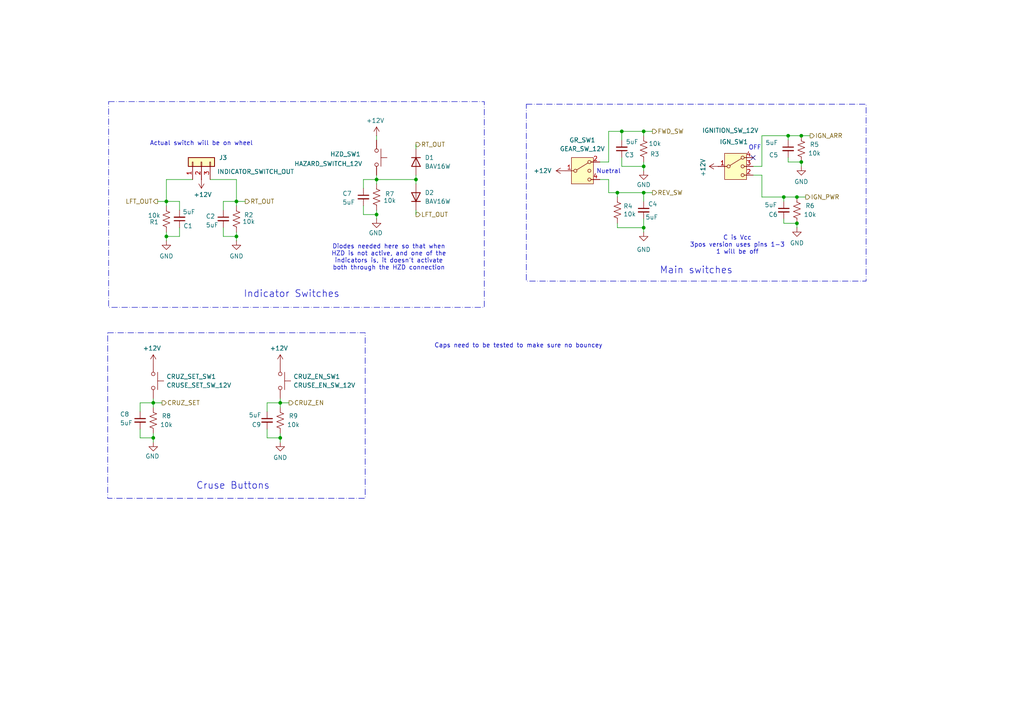
<source format=kicad_sch>
(kicad_sch (version 20231120) (generator "eeschema") (generator_version "8.0")
  (paper "A4")
  (lib_symbols
    (symbol "Connector_Generic:Conn_01x03" (pin_names (offset 1.016) hide)
      (property "Reference" "J" (at 0 5.08 0))
      (property "Value" "Conn_01x03" (at 0 -5.08 0))
      (symbol "Conn_01x03_1_1"
        (rectangle (start -1.27 -2.413) (end 0 -2.667) (stroke (width 0.1524)))
        (rectangle (start -1.27 0.127) (end 0 -0.127) (stroke (width 0.1524)))
        (rectangle (start -1.27 2.667) (end 0 2.413) (stroke (width 0.1524)))
        (rectangle (start -1.27 3.81) (end 1.27 -3.81) (stroke (width 0.254)) (fill (type background)))
        (pin passive line (at -5.08 2.54 0) (length 3.81) (name "Pin_1") (number "1"))
        (pin passive line (at -5.08 0 0) (length 3.81) (name "Pin_2") (number "2"))
        (pin passive line (at -5.08 -2.54 0) (length 3.81) (name "Pin_3") (number "3"))
      )
    )
    (symbol "Device:C_Small" (pin_numbers hide) (pin_names (offset 0.254) hide)
      (property "Reference" "C" (at 0.254 1.778 0))
      (property "Value" "C_Small" (at 0.254 -2.032 0))
      (symbol "C_Small_0_1"
        (polyline (pts (xy -1.524 -0.508) (xy 1.524 -0.508)) (stroke (width 0.3302)))
        (polyline (pts (xy -1.524 0.508) (xy 1.524 0.508)) (stroke (width 0.3048)))
      )
      (symbol "C_Small_1_1"
        (pin passive line (at 0 2.54 270) (length 2.032) (name "~") (number "1"))
        (pin passive line (at 0 -2.54 90) (length 2.032) (name "~") (number "2"))
      )
    )
    (symbol "Device:R_US" (pin_numbers hide) (pin_names (offset 0))
      (property "Reference" "R" (at 2.54 0 90))
      (property "Value" "R_US" (at -2.54 0 90))
      (symbol "R_US_0_1"
        (polyline (pts (xy 0 -2.286) (xy 0 -2.54)))
        (polyline (pts (xy 0 2.286) (xy 0 2.54)))
        (polyline (pts (xy 0 -0.762) (xy 1.016 -1.143) (xy 0 -1.524) (xy -1.016 -1.905) (xy 0 -2.286)))
        (polyline (pts (xy 0 0.762) (xy 1.016 0.381) (xy 0 0) (xy -1.016 -0.381) (xy 0 -0.762)))
        (polyline (pts (xy 0 2.286) (xy 1.016 1.905) (xy 0 1.524) (xy -1.016 1.143) (xy 0 0.762)))
      )
      (symbol "R_US_1_1"
        (pin passive line (at 0 3.81 270) (length 1.27) (name "~") (number "1"))
        (pin passive line (at 0 -3.81 90) (length 1.27) (name "~") (number "2"))
      )
    )
    (symbol "Diode:BAV16W" (pin_numbers hide) (pin_names hide)
      (property "Reference" "D" (at 0 2.54 0))
      (property "Value" "BAV16W" (at 0 -2.54 0))
      (symbol "BAV16W_0_1"
        (polyline (pts (xy -1.27 1.27) (xy -1.27 -1.27)) (stroke (width 0.254)))
        (polyline (pts (xy 1.27 0) (xy -1.27 0)))
        (polyline (pts (xy 1.27 1.27) (xy 1.27 -1.27) (xy -1.27 0) (xy 1.27 1.27)) (stroke (width 0.254)))
      )
      (symbol "BAV16W_1_1"
        (pin passive line (at -3.81 0 0) (length 2.54) (name "K") (number "1"))
        (pin passive line (at 3.81 0 180) (length 2.54) (name "A") (number "2"))
      )
    )
    (symbol "Switch:SW_Push" (pin_numbers hide) (pin_names (offset 1.016) hide)
      (property "Reference" "SW" (at 1.27 2.54 0))
      (property "Value" "SW_Push" (at 0 -1.524 0))
      (symbol "SW_Push_0_1"
        (circle (center -2.032 0) (radius 0.508))
        (polyline (pts (xy 0 1.27) (xy 0 3.048)))
        (polyline (pts (xy 2.54 1.27) (xy -2.54 1.27)))
        (circle (center 2.032 0) (radius 0.508))
        (pin passive line (at -5.08 0 0) (length 2.54) (name "1") (number "1"))
        (pin passive line (at 5.08 0 180) (length 2.54) (name "2") (number "2"))
      )
    )
    (symbol "Switch:SW_SP3T" (pin_names (offset 0) hide)
      (property "Reference" "IGN_SW1" (at -0.508 7.112 0))
      (property "Value" "IGNITION_SW_12V" (at -1.524 10.414 0))
      (symbol "SW_SP3T_0_1"
        (circle (center -2.032 0) (radius 0.4572))
        (polyline (pts (xy -1.651 0.254) (xy 1.651 2.286)))
        (circle (center 2.032 -2.54) (radius 0.4572))
        (circle (center 2.032 0) (radius 0.4572))
        (circle (center 2.032 2.54) (radius 0.4572))
      )
      (symbol "SW_SP3T_1_1"
        (rectangle (start -3.175 3.81) (end 3.175 -3.81) (fill (type background)))
        (pin passive line (at -5.08 0 0) (length 2.54) (name "1") (number "1"))
        (pin passive line (at 5.08 -2.54 180) (length 2.54) (name "2") (number "2"))
        (pin passive line (at 5.08 0 180) (length 2.54) (name "3") (number "3"))
        (pin passive line (at 5.08 2.54 180) (length 2.54) (name "4") (number "4"))
      )
    )
    (symbol "Switch:SW_SPDT_MSM" (pin_names (offset 0) hide)
      (property "Reference" "GR_SW1" (at 0 8.89 0))
      (property "Value" "GEAR_SW_12V" (at 0 6.35 0))
      (symbol "SW_SPDT_MSM_0_1"
        (circle (center -2.032 0) (radius 0.4572))
        (polyline (pts (xy -1.651 0.254) (xy 1.651 2.286)))
        (circle (center 2.032 -2.54) (radius 0.4572))
        (circle (center 2.032 0) (radius 0.4572))
        (circle (center 2.032 2.54) (radius 0.4572))
      )
      (symbol "SW_SPDT_MSM_1_1"
        (rectangle (start -3.175 3.81) (end 3.175 -3.81) (fill (type background)))
        (pin passive line (at -5.08 0 0) (length 2.54) (name "1") (number "1"))
        (pin passive line (at 5.08 2.54 180) (length 2.54) (name "2") (number "2"))
        (pin passive line (at 5.08 -2.54 180) (length 2.54) (name "4") (number "4"))
      )
    )
    (symbol "power:+12V" (power) (pin_numbers hide) (pin_names (offset 0) hide)
      (property "Value" "+12V" (at 0 3.556 0))
      (symbol "+12V_0_1"
        (polyline (pts (xy -0.762 1.27) (xy 0 2.54)))
        (polyline (pts (xy 0 0) (xy 0 2.54)))
        (polyline (pts (xy 0 2.54) (xy 0.762 1.27)))
      )
      (symbol "+12V_1_1"
        (pin power_in line (at 0 0 90) (length 0) (name "~") (number "1"))
      )
    )
    (symbol "power:+3.3V" (power) (pin_numbers hide) (pin_names (offset 0) hide)
      (property "Value" "+3.3V" (at 0 3.556 0))
      (symbol "+3.3V_0_1"
        (polyline (pts (xy -0.762 1.27) (xy 0 2.54)))
        (polyline (pts (xy 0 0) (xy 0 2.54)))
        (polyline (pts (xy 0 2.54) (xy 0.762 1.27)))
      )
      (symbol "+3.3V_1_1"
        (pin power_in line (at 0 0 90) (length 0) (name "~") (number "1"))
      )
    )
    (symbol "power:GND" (power) (pin_numbers hide) (pin_names (offset 0) hide)
      (property "Value" "GND" (at 0 -3.81 0))
      (symbol "GND_0_1"
        (polyline (pts (xy 0 0) (xy 0 -1.27) (xy 1.27 -1.27) (xy 0 -2.54) (xy -1.27 -1.27) (xy 0 -1.27)))
      )
      (symbol "GND_1_1"
        (pin power_in line (at 0 0 270) (length 0) (name "~") (number "1"))
      )
    )
  )
  (junction (at 186.69 66.04))
  (junction (at 231.14 64.77))
  (junction (at 227.33 57.15))
  (junction (at 186.69 55.88))
  (junction (at 81.28 116.84))
  (junction (at 180.34 38.1))
  (junction (at 44.45 116.84))
  (junction (at 186.69 48.26))
  (junction (at 228.6 39.37))
  (junction (at 44.45 127))
  (junction (at 68.58 68.58))
  (junction (at 81.28 127))
  (junction (at 109.22 62.23))
  (junction (at 48.26 58.42))
  (junction (at 232.41 46.99))
  (junction (at 186.69 38.1))
  (junction (at 120.65 52.07))
  (junction (at 231.14 57.15))
  (junction (at 109.22 52.07))
  (junction (at 179.07 55.88))
  (junction (at 232.41 39.37))
  (junction (at 68.58 58.42))
  (junction (at 48.26 68.58))
  (no_connect (at 218.44 45.72))
  (wire (pts (xy 220.98 57.15) (xy 227.33 57.15)))
  (wire (pts (xy 109.22 50.8) (xy 109.22 52.07)))
  (wire (pts (xy 120.65 60.96) (xy 120.65 62.23)))
  (wire (pts (xy 81.28 118.11) (xy 81.28 116.84)))
  (wire (pts (xy 232.41 39.37) (xy 234.95 39.37)))
  (wire (pts (xy 52.07 58.42) (xy 48.26 58.42)))
  (wire (pts (xy 77.47 116.84) (xy 81.28 116.84)))
  (wire (pts (xy 40.64 116.84) (xy 44.45 116.84)))
  (wire (pts (xy 186.69 49.53) (xy 186.69 48.26)))
  (wire (pts (xy 77.47 124.46) (xy 77.47 127)))
  (wire (pts (xy 232.41 46.99) (xy 232.41 48.26)))
  (wire (pts (xy 64.77 58.42) (xy 64.77 60.96)))
  (wire (pts (xy 227.33 63.5) (xy 227.33 64.77)))
  (wire (pts (xy 186.69 63.5) (xy 186.69 66.04)))
  (wire (pts (xy 109.22 60.96) (xy 109.22 62.23)))
  (wire (pts (xy 180.34 48.26) (xy 180.34 45.72)))
  (wire (pts (xy 109.22 52.07) (xy 120.65 52.07)))
  (wire (pts (xy 68.58 52.07) (xy 68.58 58.42)))
  (wire (pts (xy 81.28 115.57) (xy 81.28 116.84)))
  (wire (pts (xy 179.07 64.77) (xy 179.07 66.04)))
  (wire (pts (xy 120.65 41.91) (xy 120.65 43.18)))
  (wire (pts (xy 180.34 38.1) (xy 186.69 38.1)))
  (wire (pts (xy 186.69 46.99) (xy 186.69 48.26)))
  (wire (pts (xy 44.45 118.11) (xy 44.45 116.84)))
  (wire (pts (xy 189.23 55.88) (xy 186.69 55.88)))
  (wire (pts (xy 105.41 52.07) (xy 105.41 54.61)))
  (wire (pts (xy 52.07 68.58) (xy 52.07 66.04)))
  (wire (pts (xy 109.22 62.23) (xy 109.22 63.5)))
  (wire (pts (xy 40.64 119.38) (xy 40.64 116.84)))
  (wire (pts (xy 48.26 58.42) (xy 45.72 58.42)))
  (wire (pts (xy 77.47 127) (xy 81.28 127)))
  (wire (pts (xy 176.53 46.99) (xy 173.99 46.99)))
  (wire (pts (xy 228.6 46.99) (xy 232.41 46.99)))
  (wire (pts (xy 81.28 127) (xy 81.28 125.73)))
  (wire (pts (xy 109.22 52.07) (xy 109.22 53.34)))
  (wire (pts (xy 68.58 67.31) (xy 68.58 68.58)))
  (wire (pts (xy 64.77 68.58) (xy 68.58 68.58)))
  (wire (pts (xy 179.07 55.88) (xy 179.07 57.15)))
  (wire (pts (xy 48.26 58.42) (xy 48.26 59.69)))
  (wire (pts (xy 81.28 116.84) (xy 83.82 116.84)))
  (wire (pts (xy 109.22 39.37) (xy 109.22 40.64)))
  (wire (pts (xy 179.07 66.04) (xy 186.69 66.04)))
  (wire (pts (xy 105.41 59.69) (xy 105.41 62.23)))
  (wire (pts (xy 176.53 46.99) (xy 176.53 38.1)))
  (wire (pts (xy 176.53 55.88) (xy 179.07 55.88)))
  (wire (pts (xy 48.26 52.07) (xy 48.26 58.42)))
  (wire (pts (xy 186.69 38.1) (xy 186.69 39.37)))
  (wire (pts (xy 64.77 58.42) (xy 68.58 58.42)))
  (wire (pts (xy 68.58 68.58) (xy 68.58 69.85)))
  (wire (pts (xy 186.69 38.1) (xy 189.23 38.1)))
  (wire (pts (xy 186.69 55.88) (xy 186.69 58.42)))
  (wire (pts (xy 231.14 57.15) (xy 233.68 57.15)))
  (wire (pts (xy 48.26 68.58) (xy 48.26 67.31)))
  (wire (pts (xy 120.65 50.8) (xy 120.65 52.07)))
  (wire (pts (xy 68.58 58.42) (xy 71.12 58.42)))
  (wire (pts (xy 176.53 52.07) (xy 173.99 52.07)))
  (wire (pts (xy 81.28 128.27) (xy 81.28 127)))
  (wire (pts (xy 231.14 57.15) (xy 227.33 57.15)))
  (wire (pts (xy 180.34 38.1) (xy 180.34 40.64)))
  (wire (pts (xy 220.98 50.8) (xy 220.98 57.15)))
  (wire (pts (xy 220.98 39.37) (xy 228.6 39.37)))
  (wire (pts (xy 44.45 115.57) (xy 44.45 116.84)))
  (wire (pts (xy 55.88 52.07) (xy 48.26 52.07)))
  (wire (pts (xy 64.77 66.04) (xy 64.77 68.58)))
  (wire (pts (xy 52.07 68.58) (xy 48.26 68.58)))
  (wire (pts (xy 105.41 62.23) (xy 109.22 62.23)))
  (wire (pts (xy 231.14 64.77) (xy 231.14 66.04)))
  (wire (pts (xy 120.65 53.34) (xy 120.65 52.07)))
  (wire (pts (xy 186.69 48.26) (xy 180.34 48.26)))
  (wire (pts (xy 186.69 67.31) (xy 186.69 66.04)))
  (wire (pts (xy 176.53 55.88) (xy 176.53 52.07)))
  (wire (pts (xy 40.64 124.46) (xy 40.64 127)))
  (wire (pts (xy 44.45 127) (xy 44.45 128.27)))
  (wire (pts (xy 44.45 116.84) (xy 46.99 116.84)))
  (wire (pts (xy 218.44 50.8) (xy 220.98 50.8)))
  (wire (pts (xy 179.07 55.88) (xy 186.69 55.88)))
  (wire (pts (xy 176.53 38.1) (xy 180.34 38.1)))
  (wire (pts (xy 68.58 59.69) (xy 68.58 58.42)))
  (wire (pts (xy 218.44 48.26) (xy 220.98 48.26)))
  (wire (pts (xy 105.41 52.07) (xy 109.22 52.07)))
  (wire (pts (xy 227.33 57.15) (xy 227.33 58.42)))
  (wire (pts (xy 40.64 127) (xy 44.45 127)))
  (wire (pts (xy 220.98 39.37) (xy 220.98 48.26)))
  (wire (pts (xy 48.26 69.85) (xy 48.26 68.58)))
  (wire (pts (xy 77.47 116.84) (xy 77.47 119.38)))
  (wire (pts (xy 228.6 39.37) (xy 228.6 40.64)))
  (wire (pts (xy 227.33 64.77) (xy 231.14 64.77)))
  (wire (pts (xy 44.45 125.73) (xy 44.45 127)))
  (wire (pts (xy 228.6 39.37) (xy 232.41 39.37)))
  (wire (pts (xy 228.6 45.72) (xy 228.6 46.99)))
  (wire (pts (xy 60.96 52.07) (xy 68.58 52.07)))
  (wire (pts (xy 52.07 60.96) (xy 52.07 58.42)))
  (rectangle (start 31.496 29.464) (end 140.462 89.154) (stroke (width 0) (type dash_dot)))
  (rectangle (start 152.654 30.226) (end 251.206 81.534) (stroke (width 0) (type dash_dot)))
  (rectangle (start 31.242 96.52) (end 105.918 144.526) (stroke (width 0) (type dash_dot)))
  (text "Indicator Switches" (at 84.582 85.344 0) (effects (font (size 2 2))))
  (text "Nuetral" (at 176.53 49.784 0) (effects (font (size 1.27 1.27))))
  (text "Cruse Buttons\n" (at 67.564 140.97 0) (effects (font (size 2 2))))
  (text "C is Vcc\n3pos version uses pins 1-3\n1 will be off" (at 213.868 71.12 0) (effects (font (size 1.27 1.27))))
  (text "Actual switch will be on wheel" (at 58.42 41.656 0) (effects (font (size 1.27 1.27))))
  (text "Diodes needed here so that when\nHZD is not active, and one of the\nindicators is, it doesn't activate\nboth through the HZD connection" (at 112.776 74.676 0) (effects (font (size 1.27 1.27))))
  (text "Caps need to be tested to make sure no bouncey" (at 150.368 100.33 0) (effects (font (size 1.27 1.27))))
  (text "Main switches" (at 201.93 78.486 0) (effects (font (size 2 2))))
  (text "OFF\n" (at 218.948 42.926 0) (effects (font (size 1.27 1.27))))
  (hierarchical_label "IGN_PWR" (shape output) (at 233.68 57.15 0))
  (hierarchical_label "RT_OUT" (shape output) (at 120.65 41.91 0))
  (hierarchical_label "RT_OUT" (shape output) (at 71.12 58.42 0))
  (hierarchical_label "CRUZ_EN" (shape output) (at 83.82 116.84 0))
  (hierarchical_label "IGN_ARR" (shape output) (at 234.95 39.37 0))
  (hierarchical_label "CRUZ_SET" (shape output) (at 46.99 116.84 0))
  (hierarchical_label "FWD_SW" (shape output) (at 189.23 38.1 0))
  (hierarchical_label "LFT_OUT" (shape output) (at 120.65 62.23 0))
  (hierarchical_label "REV_SW" (shape output) (at 189.23 55.88 0))
  (hierarchical_label "LFT_OUT" (shape output) (at 45.72 58.42 180))
  (symbol (lib_id "Device:C_Small") (at 228.6 43.18 0) (unit 1)
    (property "Reference" "C5" (at 223.012 44.958 0) (effects (justify left)))
    (property "Value" "5uF" (at 221.996 41.402 0) (effects (justify left)))
    (property "Footprint" "Capacitor_SMD:C_0805_2012Metric" (effects (hide yes)))
    (property "Description" "Unpolarized capacitor, small symbol" (effects (hide yes)))
    (property "P/N" "C0805C103J5RACTU" (effects (hide yes)))
  )
  (symbol (lib_id "Device:C_Small") (at 186.69 60.96 0) (unit 1)
    (property "Reference" "C4" (at 187.96 59.182 0) (effects (justify left)))
    (property "Value" "5uF" (at 187.198 62.992 0) (effects (justify left)))
    (property "Footprint" "Capacitor_SMD:C_0805_2012Metric" (effects (hide yes)))
    (property "Description" "Unpolarized capacitor, small symbol" (effects (hide yes)))
    (property "P/N" "C0805C103J5RACTU" (effects (hide yes)))
  )
  (symbol (lib_id "Device:R_US") (at 186.69 43.18 180) (unit 1)
    (property "Reference" "R3" (at 191.262 44.704 0) (effects (justify left)))
    (property "Value" "10k" (at 191.77 41.656 0) (effects (justify left)))
    (property "Footprint" "Resistor_SMD:R_0805_2012Metric" (effects (hide yes)))
    (property "Description" "Resistor, US symbol" (effects (hide yes)))
    (property "P/N" "CRCW080510K0FKEAC" (effects (hide yes)))
  )
  (symbol (lib_id "Device:C_Small") (at 105.41 57.15 0) (unit 1)
    (property "Reference" "C7" (at 99.314 56.134 0) (effects (justify left)))
    (property "Value" "5uF" (at 99.314 58.674 0) (effects (justify left)))
    (property "Footprint" "Capacitor_SMD:C_0805_2012Metric" (effects (hide yes)))
    (property "Description" "Unpolarized capacitor, small symbol" (effects (hide yes)))
    (property "P/N" "C0805C103J5RACTU" (effects (hide yes)))
  )
  (symbol (lib_id "power:+3.3V") (at 208.28 48.26 90) (mirror x) (unit 1)
    (property "Reference" "#PWR017" (effects (hide yes)))
    (property "Value" "+12V" (at 203.8858 48.641 0))
    (property "Description" "Power symbol creates a global label with name \"+3.3V\"" (effects (hide yes)))
  )
  (symbol (lib_id "Device:R_US") (at 44.45 121.92 0) (unit 1)
    (property "Reference" "R8" (at 48.26 120.65 0))
    (property "Value" "10k" (at 48.26 123.19 0))
    (property "Footprint" "Resistor_SMD:R_0805_2012Metric" (effects (hide yes)))
    (property "Description" "Resistor, US symbol" (effects (hide yes)))
    (property "P/N" "CRCW080510K0FKEAC" (effects (hide yes)))
  )
  (symbol (lib_id "Switch:SW_Push") (at 109.22 45.72 270) (unit 1)
    (property "Reference" "HZD_SW1" (at 95.758 44.704 90) (effects (justify left)))
    (property "Value" "HAZARD_SWITCH_12V" (at 85.344 47.498 90) (effects (justify left)))
    (property "Footprint" "switched:Toggle" (effects (hide yes)))
    (property "Datasheet" "https://www.mouser.com/datasheet/2/140/P200001-2487714.pdf" (effects (hide yes)))
    (property "Description" "Push button switch, generic, two pins" (effects (hide yes)))
    (property "P/N" "JN2UEENAGX" (effects (hide yes)))
  )
  (symbol (lib_id "power:+12V") (at 163.83 49.53 90) (unit 1)
    (property "Reference" "#PWR05" (effects (hide yes)))
    (property "Value" "+12V" (at 160.02 49.5299 90) (effects (justify left)))
    (property "Description" "Power symbol creates a global label with name \"+12V\"" (effects (hide yes)))
  )
  (symbol (lib_id "power:GND") (at 186.69 49.53 0) (unit 1)
    (property "Reference" "#PWR016" (effects (hide yes)))
    (property "Value" "GND" (at 186.69 53.594 0))
    (property "Description" "Power symbol creates a global label with name \"GND\" , ground" (effects (hide yes)))
  )
  (symbol (lib_id "Diode:BAV16W") (at 120.65 46.99 270) (unit 1)
    (property "Reference" "D1" (at 123.19 45.7199 90) (effects (justify left)))
    (property "Value" "BAV16W" (at 123.19 48.2599 90) (effects (justify left)))
    (property "Footprint" "Diode_SMD:D_SOD-123" (effects (hide yes)))
    (property "Datasheet" "https://www.diodes.com/assets/Datasheets/ds30086.pdf" (effects (hide yes)))
    (property "Description" "75V 0.15A Fast Switching Diode, SOD-123" (effects (hide yes)))
    (property "P/N" "BAV16W-7-F" (effects (hide yes)))
    (property "Sim.Device" "D" (effects (hide yes)))
    (property "Sim.Pins" "1=K 2=A" (effects (hide yes)))
  )
  (symbol (lib_id "power:+3.3V") (at 44.45 105.41 0) (mirror y) (unit 1)
    (property "Reference" "#PWR01" (effects (hide yes)))
    (property "Value" "+12V" (at 44.069 101.0158 0))
    (property "Description" "Power symbol creates a global label with name \"+3.3V\"" (effects (hide yes)))
  )
  (symbol (lib_id "Device:C_Small") (at 40.64 121.92 0) (unit 1)
    (property "Reference" "C8" (at 34.798 120.142 0) (effects (justify left)))
    (property "Value" "5uF" (at 34.798 122.682 0) (effects (justify left)))
    (property "Footprint" "Capacitor_SMD:C_0805_2012Metric" (effects (hide yes)))
    (property "Description" "Unpolarized capacitor, small symbol" (effects (hide yes)))
    (property "P/N" "C0805C103J5RACTU" (effects (hide yes)))
  )
  (symbol (lib_id "Connector_Generic:Conn_01x03") (at 58.42 46.99 90) (unit 1)
    (property "Reference" "J3" (at 63.5 45.7199 90) (effects (justify right)))
    (property "Value" "INDICATOR_SWITCH_OUT" (at 62.992 49.784 90) (effects (justify right)))
    (property "Footprint" "Connector_Molex:Molex_Micro-Fit_3.0_43650-0300_1x03_P3.00mm_Horizontal" (effects (hide yes)))
    (property "Datasheet" "https://configured-product-images.s3.amazonaws.com/Datasheets/100.pdf" (effects (hide yes)))
    (property "Description" "Generic connector, single row, 01x03, script generated (kicad-library-utils/schlib/autogen/connector/)" (effects (hide yes)))
  )
  (symbol (lib_id "power:GND") (at 186.69 67.31 0) (unit 1)
    (property "Reference" "#PWR011" (effects (hide yes)))
    (property "Value" "GND" (at 186.69 72.39 0))
    (property "Description" "Power symbol creates a global label with name \"GND\" , ground" (effects (hide yes)))
  )
  (symbol (lib_id "power:GND") (at 232.41 48.26 0) (unit 1)
    (property "Reference" "#PWR024" (effects (hide yes)))
    (property "Value" "GND" (at 232.41 52.705 0))
    (property "Description" "Power symbol creates a global label with name \"GND\" , ground" (effects (hide yes)))
  )
  (symbol (lib_id "Device:C_Small") (at 180.34 43.18 180) (unit 1)
    (property "Reference" "C3" (at 183.896 44.958 0) (effects (justify left)))
    (property "Value" "5uF" (at 185.166 41.148 0) (effects (justify left)))
    (property "Footprint" "Capacitor_SMD:C_0805_2012Metric" (effects (hide yes)))
    (property "Description" "Unpolarized capacitor, small symbol" (effects (hide yes)))
    (property "P/N" "C0805C103J5RACTU" (effects (hide yes)))
  )
  (symbol (lib_id "Switch:SW_SPDT_MSM") (at 168.91 49.53 0) (unit 1)
    (property "Reference" "GR_SW1" (at 168.91 40.64 0))
    (property "Value" "GEAR_SW_12V" (at 168.91 43.18 0))
    (property "Footprint" "switched:3posSlideToggle" (effects (hide yes)))
    (property "Datasheet" "https://www.vimex.com/switches/techdocs/SS13F11-tech.pdf" (effects (hide yes)))
    (property "Description" "Switch, single pole double throw, center OFF position" (effects (hide yes)))
    (property "Link" "https://www.amazon.com/Yohii-Position-Vertical-Switch-SS13F11/dp/B07DNY27QB/ref=sr_1_1?crid=1IVIIMRQI2HJS&dib=eyJ2IjoiMSJ9.eq4ebiQlMkKEDFRAdhDxYwMIiYvkEjVZD_9xjgnfgCxXy-tZctG5FY5V9etNlcsO9SMg3hhRud0UZ8EvzB1QN5VE4UDG5s6WWWARvN8WRjMmnUkjLekKzcGdvc8ia7Sv9FLgmE0_jsopAeiuapqWnA.1wpn46VPwZhyZ5ITniFuaUG9biDjYCx3dxWY7euUJM8&dib_tag=se&keywords=SS13F11&qid=1732484796&sprefix=ss13f11%2Caps%2C110&sr=8-1" (effects (hide yes)))
  )
  (symbol (lib_id "Switch:SW_SP3T") (at 213.36 48.26 0) (unit 1)
    (property "Reference" "IGN_SW1" (at 212.852 41.148 0))
    (property "Value" "IGNITION_SW_12V" (at 211.836 37.846 0))
    (property "Footprint" "switched:SW_3POS_ROT" (effects (hide yes)))
    (property "Datasheet" "https://www.ckswitches.com/media/1349/arotary.pdf" (effects (hide yes)))
    (property "Description" "Switch, three position, single pole triple throw, 3 position switch, SP3T" (effects (hide yes)))
    (property "DigiKey Part Number" "CKN9823-ND" (effects (hide yes)))
    (property "Manufacturer_Part_Number" "A10305RNZQ" (effects (hide yes)))
  )
  (symbol (lib_id "power:GND") (at 48.26 69.85 0) (unit 1)
    (property "Reference" "#PWR03" (effects (hide yes)))
    (property "Value" "GND" (at 48.26 74.295 0))
    (property "Description" "Power symbol creates a global label with name \"GND\" , ground" (effects (hide yes)))
  )
  (symbol (lib_id "power:GND") (at 231.14 66.04 0) (unit 1)
    (property "Reference" "#PWR020" (effects (hide yes)))
    (property "Value" "GND" (at 231.14 70.485 0))
    (property "Description" "Power symbol creates a global label with name \"GND\" , ground" (effects (hide yes)))
  )
  (symbol (lib_id "Switch:SW_Push") (at 44.45 110.49 270) (unit 1)
    (property "Reference" "CRUZ_SET_SW1" (at 48.26 109.2199 90) (effects (justify left)))
    (property "Value" "CRUSE_SET_SW_12V" (at 48.26 111.7599 90) (effects (justify left)))
    (property "Footprint" "Button_Switch_THT:SW_PUSH_6mm" (effects (hide yes)))
    (property "Description" "Push button switch, generic, two pins" (effects (hide yes)))
  )
  (symbol (lib_id "Device:R_US") (at 48.26 63.5 0) (unit 1)
    (property "Reference" "R1" (at 44.704 64.389 0))
    (property "Value" "10k" (at 44.704 62.484 0))
    (property "Footprint" "Resistor_SMD:R_0805_2012Metric" (effects (hide yes)))
    (property "Description" "Resistor, US symbol" (effects (hide yes)))
    (property "P/N" "CRCW080510K0FKEAC" (effects (hide yes)))
  )
  (symbol (lib_id "Device:C_Small") (at 77.47 121.92 0) (unit 1)
    (property "Reference" "C9" (at 73.025 123.19 0) (effects (justify left)))
    (property "Value" "5uF" (at 72.136 120.396 0) (effects (justify left)))
    (property "Footprint" "Capacitor_SMD:C_0805_2012Metric" (effects (hide yes)))
    (property "Description" "Unpolarized capacitor, small symbol" (effects (hide yes)))
    (property "P/N" "C0805C103J5RACTU" (effects (hide yes)))
  )
  (symbol (lib_id "Switch:SW_Push") (at 81.28 110.49 270) (unit 1)
    (property "Reference" "CRUZ_EN_SW1" (at 85.09 109.2199 90) (effects (justify left)))
    (property "Value" "CRUSE_EN_SW_12V" (at 85.09 111.7599 90) (effects (justify left)))
    (property "Footprint" "Button_Switch_THT:SW_PUSH_6mm" (effects (hide yes)))
    (property "Description" "Push button switch, generic, two pins" (effects (hide yes)))
  )
  (symbol (lib_id "Diode:BAV16W") (at 120.65 57.15 90) (unit 1)
    (property "Reference" "D2" (at 123.19 55.8799 90) (effects (justify right)))
    (property "Value" "BAV16W" (at 123.19 58.4199 90) (effects (justify right)))
    (property "Footprint" "Diode_SMD:D_SOD-123" (effects (hide yes)))
    (property "Datasheet" "https://www.diodes.com/assets/Datasheets/ds30086.pdf" (effects (hide yes)))
    (property "Description" "75V 0.15A Fast Switching Diode, SOD-123" (effects (hide yes)))
    (property "P/N" "BAV16W-7-F" (effects (hide yes)))
    (property "Sim.Device" "D" (effects (hide yes)))
    (property "Sim.Pins" "1=K 2=A" (effects (hide yes)))
  )
  (symbol (lib_id "Device:R_US") (at 231.14 60.96 180) (unit 1)
    (property "Reference" "R6" (at 234.95 59.69 0))
    (property "Value" "10k" (at 234.95 62.23 0))
    (property "Footprint" "Resistor_SMD:R_0805_2012Metric" (effects (hide yes)))
    (property "Description" "Resistor, US symbol" (effects (hide yes)))
    (property "P/N" "CRCW080510K0FKEAC" (effects (hide yes)))
  )
  (symbol (lib_id "Device:R_US") (at 81.28 121.92 180) (unit 1)
    (property "Reference" "R9" (at 85.09 120.65 0))
    (property "Value" "10k" (at 85.09 123.19 0))
    (property "Footprint" "Resistor_SMD:R_0805_2012Metric" (effects (hide yes)))
    (property "Description" "Resistor, US symbol" (effects (hide yes)))
    (property "P/N" "CRCW080510K0FKEAC" (effects (hide yes)))
  )
  (symbol (lib_id "Device:R_US") (at 68.58 63.5 180) (unit 1)
    (property "Reference" "R2" (at 72.136 62.357 0))
    (property "Value" "10k" (at 72.136 64.262 0))
    (property "Footprint" "Resistor_SMD:R_0805_2012Metric" (effects (hide yes)))
    (property "Description" "Resistor, US symbol" (effects (hide yes)))
    (property "P/N" "CRCW080510K0FKEAC" (effects (hide yes)))
  )
  (symbol (lib_id "power:GND") (at 44.45 128.27 0) (unit 1)
    (property "Reference" "#PWR02" (effects (hide yes)))
    (property "Value" "GND" (at 44.196 132.334 0))
    (property "Description" "Power symbol creates a global label with name \"GND\" , ground" (effects (hide yes)))
  )
  (symbol (lib_id "power:GND") (at 81.28 128.27 0) (unit 1)
    (property "Reference" "#PWR07" (effects (hide yes)))
    (property "Value" "GND" (at 81.28 132.715 0))
    (property "Description" "Power symbol creates a global label with name \"GND\" , ground" (effects (hide yes)))
  )
  (symbol (lib_id "Device:C_Small") (at 227.33 60.96 0) (unit 1)
    (property "Reference" "C6" (at 222.885 62.23 0) (effects (justify left)))
    (property "Value" "5uF" (at 221.742 59.436 0) (effects (justify left)))
    (property "Footprint" "Capacitor_SMD:C_0805_2012Metric" (effects (hide yes)))
    (property "Description" "Unpolarized capacitor, small symbol" (effects (hide yes)))
    (property "P/N" "C0805C103J5RACTU" (effects (hide yes)))
  )
  (symbol (lib_id "Device:R_US") (at 179.07 60.96 0) (unit 1)
    (property "Reference" "R4" (at 180.7972 59.7916 0) (effects (justify left)))
    (property "Value" "10k" (at 180.7972 62.103 0) (effects (justify left)))
    (property "Footprint" "Resistor_SMD:R_0805_2012Metric" (effects (hide yes)))
    (property "Description" "Resistor, US symbol" (effects (hide yes)))
    (property "P/N" "CRCW080510K0FKEAC" (effects (hide yes)))
  )
  (symbol (lib_id "Device:R_US") (at 109.22 57.15 180) (unit 1)
    (property "Reference" "R7" (at 113.03 56.261 0))
    (property "Value" "10k" (at 113.03 58.166 0))
    (property "Footprint" "Resistor_SMD:R_0805_2012Metric" (effects (hide yes)))
    (property "Description" "Resistor, US symbol" (effects (hide yes)))
    (property "P/N" "CRCW080510K0FKEAC" (effects (hide yes)))
  )
  (symbol (lib_id "power:+3.3V") (at 58.42 52.07 0) (mirror x) (unit 1)
    (property "Reference" "#PWR018" (effects (hide yes)))
    (property "Value" "+12V" (at 58.801 56.4642 0))
    (property "Description" "Power symbol creates a global label with name \"+3.3V\"" (effects (hide yes)))
  )
  (symbol (lib_id "power:+3.3V") (at 109.22 39.37 0) (mirror y) (unit 1)
    (property "Reference" "#PWR012" (effects (hide yes)))
    (property "Value" "+12V" (at 108.839 34.9758 0))
    (property "Description" "Power symbol creates a global label with name \"+3.3V\"" (effects (hide yes)))
  )
  (symbol (lib_id "Device:R_US") (at 232.41 43.18 180) (unit 1)
    (property "Reference" "R5" (at 236.22 41.91 0))
    (property "Value" "10k" (at 236.22 44.45 0))
    (property "Footprint" "Resistor_SMD:R_0805_2012Metric" (effects (hide yes)))
    (property "Description" "Resistor, US symbol" (effects (hide yes)))
    (property "P/N" "CRCW080510K0FKEAC" (effects (hide yes)))
  )
  (symbol (lib_id "power:+3.3V") (at 81.28 105.41 0) (mirror y) (unit 1)
    (property "Reference" "#PWR08" (effects (hide yes)))
    (property "Value" "+12V" (at 80.899 101.0158 0))
    (property "Description" "Power symbol creates a global label with name \"+3.3V\"" (effects (hide yes)))
  )
  (symbol (lib_id "power:GND") (at 68.58 69.85 0) (unit 1)
    (property "Reference" "#PWR014" (effects (hide yes)))
    (property "Value" "GND" (at 68.58 74.295 0))
    (property "Description" "Power symbol creates a global label with name \"GND\" , ground" (effects (hide yes)))
  )
  (symbol (lib_id "power:GND") (at 109.22 63.5 0) (unit 1)
    (property "Reference" "#PWR013" (effects (hide yes)))
    (property "Value" "GND" (at 108.966 67.564 0))
    (property "Description" "Power symbol creates a global label with name \"GND\" , ground" (effects (hide yes)))
  )
  (symbol (lib_id "Device:C_Small") (at 64.77 63.5 0) (unit 1)
    (property "Reference" "C2" (at 59.69 62.738 0) (effects (justify left)))
    (property "Value" "5uF" (at 59.69 65.278 0) (effects (justify left)))
    (property "Footprint" "Capacitor_SMD:C_0805_2012Metric" (effects (hide yes)))
    (property "Description" "Unpolarized capacitor, small symbol" (effects (hide yes)))
    (property "P/N" "C0805C103J5RACTU" (effects (hide yes)))
  )
  (symbol (lib_id "Device:C_Small") (at 52.07 63.5 180) (unit 1)
    (property "Reference" "C1" (at 55.88 65.532 0) (effects (justify left)))
    (property "Value" "5uF" (at 56.642 61.468 0) (effects (justify left)))
    (property "Footprint" "Capacitor_SMD:C_0805_2012Metric" (effects (hide yes)))
    (property "Description" "Unpolarized capacitor, small symbol" (effects (hide yes)))
    (property "P/N" "C0805C103J5RACTU" (effects (hide yes)))
  )
)
</source>
